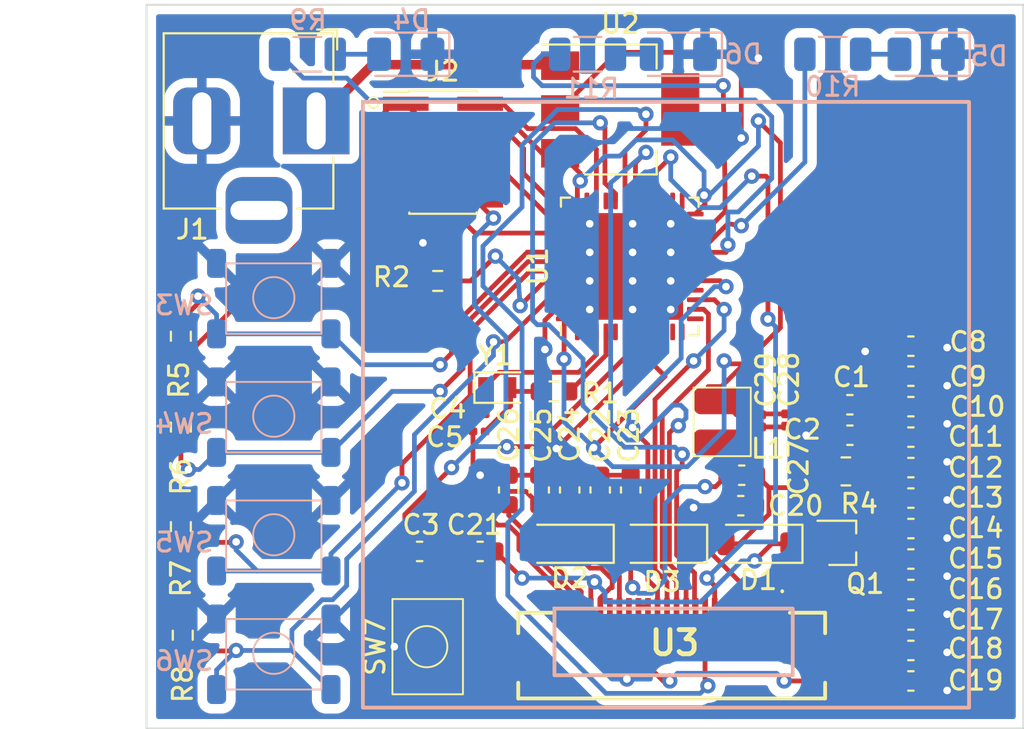
<source format=kicad_pcb>
(kicad_pcb (version 20221018) (generator pcbnew)
  (layers (0 "F.Cu" signal) (31 "B.Cu" signal) (34 "B.Paste" user) (35 "F.Paste" user) (36 "B.SilkS" user "B.Silkscreen") (37 "F.SilkS" user "F.Silkscreen") (38 "B.Mask" user) (39 "F.Mask" user) (44 "Edge.Cuts" user))
  (net 0 "")
  (net 2 "GND")
  (net 3 "VDD")
  (net 11 "Net-(C5-Pad2)")
  (net 12 "Net-(U3-VHDR)")
  (net 13 "Net-(D1-K)")
  (net 14 "Net-(U3-VDH)")
  (net 15 "Net-(U3-VDDD)")
  (net 16 "Net-(U3-VDL)")
  (net 17 "Net-(U3-VCOM)")
  (net 18 "Net-(D2-A)")
  (net 19 "Net-(D1-A)")
  (net 20 "Net-(D2-K)")
  (net 22 "Net-(Q1-S)")
  (net 24 "Net-(Q1-G)")
  (net 29 "/epaper/epaper.spi_cs")
  (net 30 "/epaper/epaper.spi_scl")
  (net 31 "/epaper/epaper.spi_sda")
  (net 32 "/epaper/epaper.gpio_bs")
  (net 33 "/epaper/epaper.gpio_dc")
  (net 34 "/epaper/epaper.gpio_busy_n")
  (net 35 "/epaper/epaper.gpio_reset_n")
  (net 41 "Net-(U1-PC14)")
  (net 42 "Net-(U1-PC15)")
  (net 43 "Net-(U1-BOOT0)")
  (net 44 "Net-(U1-PB5)")
  (net 45 "Net-(U1-PB6)")
  (net 46 "Net-(U1-PB7)")
  (net 47 "Net-(U1-PB8)")
  (net 48 "/nreset")
  (net 49 "Net-(J2-SWDIO{slash}TMS)")
  (net 50 "Net-(J2-SWDCLK{slash}TCK)")
  (net 51 "Net-(J2-SWO{slash}TDO)")
  (net 52 "Net-(J2-NC{slash}TDI)")
  (net 53 "Vin")
  (net 54 "Net-(D4-A)")
  (net 55 "Net-(D5-A)")
  (net 56 "Net-(D6-A)")
  (net 57 "Net-(U1-PB11)")
  (net 58 "Net-(U1-PB10)")
  (net 59 "Net-(U1-PB2)")
  (footprint "Capacitor_SMD:C_0603_1608Metric" (layer "F.Cu") (at 140.9 114.5)
    (fp_text reference "C19")
    (fp_text value "100nf")
  )
  (footprint "Capacitor_SMD:C_0603_1608Metric" (layer "F.Cu") (at 140.9 106.5)
    (fp_text reference "C14")
    (fp_text value "100nf")
  )
  (footprint "Capacitor_SMD:C_0603_1608Metric" (layer "F.Cu") (at 126.2 104.474998 -90)
    (fp_text reference "C23")
    (fp_text value "1uF / 25V")
  )
  (footprint "Capacitor_SMD:C_0603_1608Metric" (layer "F.Cu") (at 140.9 109.7)
    (fp_text reference "C16")
    (fp_text value "100nf")
  )
  (footprint "Diode_SMD:D_SOD-123" (layer "F.Cu") (at 127.85 107.299998 180)
    (fp_text reference "D3")
    (fp_text value "SS2040FL")
  )
  (footprint "Capacitor_SMD:C_0201_0603Metric" (layer "F.Cu") (at 134.3 100.799998 -90)
    (fp_text reference "C28")
    (fp_text value "1uF / 6.3V")
  )
  (footprint "Diode_SMD:D_SOD-123" (layer "F.Cu") (at 122.95 107.299998 180)
    (fp_text reference "D2")
    (fp_text value "SS2040FL")
  )
  (footprint "Capacitor_SMD:C_0603_1608Metric" (layer "F.Cu") (at 140.9 111.3)
    (fp_text reference "C17")
    (fp_text value "100nf")
  )
  (footprint "Capacitor_SMD:C_0603_1608Metric" (layer "F.Cu") (at 123 104.474998 -90)
    (fp_text reference "C24")
    (fp_text value "1uF / 25V")
  )
  (footprint "Capacitor_SMD:C_0603_1608Metric" (layer "F.Cu") (at 140.9 98.5)
    (fp_text reference "C9")
    (fp_text value "100nf")
  )
  (footprint "Resistor_SMD:R_0603_1608Metric" (layer "F.Cu") (at 116.075 93.5)
    (fp_text reference "R2")
    (fp_text value "10K")
  )
  (footprint "NoahFootprintLib:PTS526" (layer "F.Cu") (at 113.7 116.2 90)
    (fp_text reference "SW7")
    (fp_text value "SW_Push")
  )
  (footprint "Capacitor_SMD:C_0201_0603Metric" (layer "F.Cu") (at 118.245 101.4)
    (fp_text reference "C5")
    (fp_text value "10pf")
  )
  (footprint "Capacitor_SMD:C_0603_1608Metric" (layer "F.Cu") (at 140.9 104.9)
    (fp_text reference "C13")
    (fp_text value "100nf")
  )
  (footprint "Capacitor_SMD:C_0603_1608Metric" (layer "F.Cu") (at 124.6 104.474998 -90)
    (fp_text reference "C22")
    (fp_text value "1uF / 25V")
  )
  (footprint "Capacitor_SMD:C_0603_1608Metric" (layer "F.Cu") (at 140.9 100.1)
    (fp_text reference "C10")
    (fp_text value "100nf")
  )
  (footprint "Capacitor_SMD:C_0603_1608Metric" (layer "F.Cu") (at 137.6975 100)
    (fp_text reference "C1")
    (fp_text value "100nf")
  )
  (footprint "Capacitor_SMD:C_0603_1608Metric" (layer "F.Cu") (at 140.9 108.1)
    (fp_text reference "C15")
    (fp_text value "100nf")
  )
  (footprint "Capacitor_SMD:C_0603_1608Metric" (layer "F.Cu") (at 140.9 112.9)
    (fp_text reference "C18")
    (fp_text value "100nf")
  )
  (footprint "Capacitor_SMD:C_0603_1608Metric" (layer "F.Cu") (at 137.7 101.6)
    (fp_text reference "C2")
    (fp_text value "1uf")
  )
  (footprint "Capacitor_SMD:C_0603_1608Metric" (layer "F.Cu") (at 115.125 107.7 180)
    (fp_text reference "C3")
    (fp_text value "100nf")
  )
  (footprint "NoahFootprintLib:SDR0302" (layer "F.Cu") (at 123.719 100.899998)
    (fp_text reference "L1")
    (fp_text value "10uH")
  )
  (footprint "Connector_PinHeader_1.27mm:PinHeader_2x05_P1.27mm_Vertical_SMD" (layer "F.Cu") (at 116.35 86.74)
    (fp_text reference "J2")
    (fp_text value "Conn_ARM_JTAG_SWD_10")
  )
  (footprint "Resistor_SMD:R_0603_1608Metric" (layer "F.Cu") (at 102.6 106.4 90)
    (fp_text reference "R7")
    (fp_text value "1K")
  )
  (footprint "Capacitor_SMD:C_0603_1608Metric" (layer "F.Cu") (at 140.9 103.3)
    (fp_text reference "C12")
    (fp_text value "100nf")
  )
  (footprint "Resistor_SMD:R_0603_1608Metric" (layer "F.Cu") (at 102.6 101.175 90)
    (fp_text reference "R6")
    (fp_text value "1K")
  )
  (footprint "Capacitor_SMD:C_0603_1608Metric" (layer "F.Cu") (at 131.975 105.299998)
    (fp_text reference "C20")
    (fp_text value "1uF / 25V")
  )
  (footprint "Capacitor_SMD:C_0201_0603Metric" (layer "F.Cu") (at 118.245 100.5)
    (fp_text reference "C4")
    (fp_text value "10pf")
  )
  (footprint "Capacitor_SMD:C_0603_1608Metric" (layer "F.Cu") (at 118.3 107.699998)
    (fp_text reference "C21")
    (fp_text value "1uF / 25V")
  )
  (footprint "Resistor_SMD:R_0603_1608Metric" (layer "F.Cu") (at 102.7 112.1 90)
    (fp_text reference "R8")
    (fp_text value "1K")
  )
  (footprint "Package_TO_SOT_SMD:SOT-323_SC-70" (layer "F.Cu") (at 137.3 107.25)
    (fp_text reference "Q1")
    (fp_text value "NMOS")
  )
  (footprint "Resistor_SMD:R_0603_1608Metric" (layer "F.Cu") (at 122.175 99.3)
    (fp_text reference "R1")
    (fp_text value "0")
  )
  (footprint "Diode_SMD:D_SOD-123" (layer "F.Cu") (at 132.85 107.299998 180)
    (fp_text reference "D1")
    (fp_text value "SS2040FL")
  )
  (footprint "Crystal:Crystal_SMD_TXC_9HT11-2Pin_2.0x1.2mm" (layer "F.Cu") (at 119.2 99.1)
    (fp_text reference "Y1")
    (fp_text value "32k")
  )
  (footprint "Capacitor_SMD:C_0603_1608Metric" (layer "F.Cu") (at 140.9 101.7)
    (fp_text reference "C11")
    (fp_text value "100nf")
  )
  (footprint "Package_DFN_QFN:QFN-48-1EP_7x7mm_P0.5mm_EP5.6x5.6mm" (layer "F.Cu") (at 126.15 92.7375 90)
    (fp_text reference "U1")
    (fp_text value "STM32F103CBUx")
  )
  (footprint "Capacitor_SMD:C_0603_1608Metric" (layer "F.Cu") (at 140.9 96.925)
    (fp_text reference "C8")
    (fp_text value "100nf")
  )
  (footprint "Capacitor_SMD:C_0603_1608Metric" (layer "F.Cu") (at 119.8 104.474998 -90)
    (fp_text reference "C26")
    (fp_text value "1uF / 25V")
  )
  (footprint "Capacitor_SMD:C_0603_1608Metric" (layer "F.Cu") (at 121.4 104.474998 -90)
    (fp_text reference "C25")
    (fp_text value "1uF / 25V")
  )
  (footprint "Connector_BarrelJack:BarrelJack_Horizontal" (layer "F.Cu") (at 109.7 85.1)
    (fp_text reference "J1")
    (fp_text value "Barrel_Jack")
  )
  (footprint "Package_TO_SOT_SMD:SOT-223" (layer "F.Cu") (at 125.65 84.5)
    (fp_text reference "U2")
    (fp_text value "~")
  )
  (footprint "NoahFootprintLib:F34G1A7Q1E8C24" (layer "F.Cu") (at 128.349731 112.992624)
    (fp_text reference "U3")
    (fp_text value "~" hide)
  )
  (footprint "Resistor_SMD:R_0805_2012Metric" (layer "F.Cu") (at 137.4875 103.5 180)
    (fp_text reference "R4")
    (fp_text value "0.47R")
  )
  (footprint "Resistor_SMD:R_0603_1608Metric" (layer "F.Cu") (at 102.6 96.403 -90)
    (fp_text reference "R5")
    (fp_text value "1K")
  )
  (footprint "Capacitor_SMD:C_0603_1608Metric" (layer "F.Cu") (at 132.025 103.699998 180)
    (fp_text reference "C27")
    (fp_text value "4.7uF / 25V")
  )
  (footprint "Capacitor_SMD:C_0201_0603Metric" (layer "F.Cu") (at 133.1 100.844998 -90)
    (fp_text reference "C29")
    (fp_text value "0.1uF / 16V")
  )
  (footprint "Resistor_SMD:R_1206_3216Metric" (layer "B.Cu") (at 136.8 81.6 180)
    (fp_text reference "R10")
    (fp_text value "470" hide)
  )
  (footprint "LED_SMD:LED_1206_3216Metric" (layer "B.Cu") (at 128.7 81.6 180)
    (fp_text reference "D6")
    (fp_text value "LED" hide)
  )
  (footprint "NoahFootprintLib:PTS526" (layer "B.Cu") (at 110.975 92.578 180)
    (fp_text reference "SW3")
    (fp_text value "SW_Push")
  )
  (footprint "NoahFootprintLib:PTS526" (layer "B.Cu") (at 110.975 111.25 180)
    (fp_text reference "SW6")
    (fp_text value "SW_Push")
  )
  (footprint "NoahFootprintLib:PTS526" (layer "B.Cu") (at 110.975 105.026 180)
    (fp_text reference "SW5")
    (fp_text value "SW_Push")
  )
  (footprint "LED_SMD:LED_1206_3216Metric" (layer "B.Cu") (at 141.7 81.6 180)
    (fp_text reference "D5")
    (fp_text value "LED" hide)
  )
  (footprint "Resistor_SMD:R_1206_3216Metric" (layer "B.Cu") (at 109.2375 81.6 180)
    (fp_text reference "R9")
    (fp_text value "470" hide)
  )
  (footprint "NoahFootprintLib:PTS526" (layer "B.Cu") (at 110.975 98.802 180)
    (fp_text reference "SW4")
    (fp_text value "SW_Push")
  )
  (footprint "LED_SMD:LED_1206_3216Metric" (layer "B.Cu") (at 114.4 81.6 180)
    (fp_text reference "D4")
    (fp_text value "LED" hide)
  )
  (footprint "Resistor_SMD:R_1206_3216Metric" (layer "B.Cu") (at 123.9375 81.6 180)
    (fp_text reference "R11")
    (fp_text value "470" hide)
  )
  (gr_rect (start 122.2 110.7) (end 134.7 114.2) (stroke (width 0.2)) (fill none) (layer "B.SilkS"))
  (gr_rect (start 112.15 84.1) (end 143.95 115.9) (stroke (width 0.2)) (fill none) (layer "B.SilkS"))
  (gr_rect (start 100.8 79) (end 146.8 117) (stroke (width 0.1)) (fill none) (layer "Edge.Cuts"))
  (segment (start 114.4 89.28) (end 113.2 89.28) (width 0.25) (layer "F.Cu") (net 2))
  (segment (start 118.3 103.699998) (end 117.925 103.324998) (width 0.25) (layer "F.Cu") (net 2))
  (segment (start 113.8 115.7) (end 113.8 112.7) (width 0.25) (layer "F.Cu") (net 2))
  (segment (start 117.525 104.474998) (end 118.3 103.699998) (width 0.25) (layer "F.Cu") (net 2))
  (segment (start 113.2 89.28) (end 112.948 89.028) (width 0.25) (layer "F.Cu") (net 2))
  (segment (start 129.5875 90.4875) (end 128.3125 90.4875) (width 0.25) (layer "F.Cu") (net 2))
  (segment (start 126.3 90.5) (end 126.3 95) (width 0.25) (layer "F.Cu") (net 2))
  (segment (start 126.9 97.7) (end 122.3 102.3) (width 0.25) (layer "F.Cu") (net 2))
  (segment (start 126.1 112.199998) (end 126.1 114.299998) (width 0.25) (layer "F.Cu") (net 2))
  (segment (start 128.3125 90.4875) (end 128.3 90.5) (width 0.25) (layer "F.Cu") (net 2))
  (segment (start 112.948 86.992) (end 113.2 86.74) (width 0.25) (layer "F.Cu") (net 2))
  (segment (start 138.475 101.6) (end 138.475 103.425) (width 0.25) (layer "F.Cu") (net 2))
  (segment (start 115.25 91.55) (end 115.3 91.5) (width 0.25) (layer "F.Cu") (net 2))
  (segment (start 117.524998 107.7) (end 117.525 107.699998) (width 0.25) (layer "F.Cu") (net 2))
  (segment (start 125.5 81.5) (end 132.6 81.5) (width 0.25) (layer "F.Cu") (net 2))
  (segment (start 126.9 96.175) (end 126.9 97.7) (width 0.25) (layer "F.Cu") (net 2))
  (segment (start 126.1 112.199998) (end 126.10603 112.193968) (width 0.25) (layer "F.Cu") (net 2))
  (segment (start 122.7125 94.9875) (end 122.275 94.9875) (width 0.25) (layer "F.Cu") (net 2))
  (segment (start 113.7 112.6) (end 113.7 109.7) (width 0.25) (layer "F.Cu") (net 2))
  (segment (start 138.5 97.2) (end 138.475 97.225) (width 0.25) (layer "F.Cu") (net 2))
  (segment (start 122.3 103.599998) (end 122.2 103.699998) (width 0.25) (layer "F.Cu") (net 2))
  (segment (start 134.255 101.164998) (end 134.3 101.119998) (width 0.25) (layer "F.Cu") (net 2))
  (segment (start 128.3 92) (end 124.05 92) (width 0.25) (layer "F.Cu") (net 2))
  (segment (start 138.475 103.425) (end 138.4 103.5) (width 0.25) (layer "F.Cu") (net 2))
  (segment (start 123.9 89.3) (end 123.9 90.35) (width 0.25) (layer "F.Cu") (net 2))
  (segment (start 113.8 112.7) (end 113.7 112.6) (width 0.25) (layer "F.Cu") (net 2))
  (segment (start 117.525 107.699998) (end 117.525 104.474998) (width 0.25) (layer "F.Cu") (net 2))
  (segment (start 126.10603 112.193968) (end 126.10603 110.6) (width 0.25) (layer "F.Cu") (net 2))
  (segment (start 128.3 93.5) (end 124.05 93.5) (width 0.25) (layer "F.Cu") (net 2))
  (segment (start 132 82.7) (end 132.9 81.8) (width 0.25) (layer "F.Cu") (net 2))
  (segment (start 115.9 107.7) (end 117.524998 107.7) (width 0.25) (layer "F.Cu") (net 2))
  (segment (start 117.925 103.324998) (end 117.925 100.5) (width 0.25) (layer "F.Cu") (net 2))
  (segment (start 135.4 101.599998) (end 135.3 101.499998) (width 0.25) (layer "F.Cu") (net 2))
  (segment (start 115.25 93.5) (end 115.25 91.55) (width 0.25) (layer "F.Cu") (net 2))
  (segment (start 132.6 81.5) (end 132.9 81.8) (width 0.25) (layer "F.Cu") (net 2))
  (segment (start 115.25 91.45) (end 115.25 90.13) (width 0.25) (layer "F.Cu") (net 2))
  (segment (start 122.7125 94.9875) (end 124.0375 94.9875) (width 0.25) (layer "F.Cu") (net 2))
  (segment (start 112.948 89.028) (end 112.948 86.992) (width 0.25) (layer "F.Cu") (net 2))
  (segment (start 132 86) (end 132 82.7) (width 0.25) (layer "F.Cu") (net 2))
  (segment (start 126.9 96.175) (end 126.9 95.6) (width 0.25) (layer "F.Cu") (net 2))
  (segment (start 122.3 102.3) (end 122.3 103.599998) (width 0.25) (layer "F.Cu") (net 2))
  (segment (start 122.275 94.9875) (end 121.7 95.5625) (width 0.25) (layer "F.Cu") (net 2))
  (segment (start 115.3 91.5) (end 115.25 91.45) (width 0.25) (layer "F.Cu") (net 2))
  (segment (start 128.3 90.5) (end 124.05 90.5) (width 0.25) (layer "F.Cu") (net 2))
  (segment (start 134.3 101.119998) (end 134.92 101.119998) (width 0.25) (layer "F.Cu") (net 2))
  (segment (start 115.25 90.13) (end 114.4 89.28) (width 0.25) (layer "F.Cu") (net 2))
  (segment (start 131.2 105.299998) (end 129.6 105.299998) (width 0.25) (layer "F.Cu") (net 2))
  (segment (start 122.5 84.5) (end 125.5 81.5) (width 0.25) (layer "F.Cu") (net 2))
  (segment (start 129.6 105.299998) (end 129.5 105.399998) (width 0.25) (layer "F.Cu") (net 2))
  (segment (start 121.7 95.5625) (end 121.7 97.1) (width 0.25) (layer "F.Cu") (net 2))
  (segment (start 128.3 95) (end 128.3 90.5) (width 0.25) (layer "F.Cu") (net 2))
  (segment (start 124.05 95) (end 128.3 95) (width 0.25) (layer "F.Cu") (net 2))
  (segment (start 126.1 114.299998) (end 126 114.399998) (width 0.25) (layer "F.Cu") (net 2))
  (segment (start 126.9 95.6) (end 126.3 95) (width 0.25) (layer "F.Cu") (net 2))
  (segment (start 114.4 86.74) (end 114.4 85.47) (width 0.25) (layer "F.Cu") (net 2))
  (segment (start 113.2 86.74) (end 114.4 86.74) (width 0.25) (layer "F.Cu") (net 2))
  (segment (start 129.5 107.299998) (end 129.5 105.399998) (width 0.25) (layer "F.Cu") (net 2))
  (segment (start 122.2 103.699998) (end 118.3 103.699998) (width 0.25) (layer "F.Cu") (net 2))
  (segment (start 133.1 101.164998) (end 134.255 101.164998) (width 0.25) (layer "F.Cu") (net 2))
  (segment (start 138.475 97.225) (end 138.475 101.6) (width 0.25) (layer "F.Cu") (net 2))
  (segment (start 134.92 101.119998) (end 135.4 101.599998) (width 0.25) (layer "F.Cu") (net 2))
  (segment (start 124.05 90.5) (end 124.05 95) (width 0.25) (layer "F.Cu") (net 2))
  (segment (start 113.7 115.7) (end 113.8 115.7) (width 0.25) (layer "F.Cu") (net 2))
  (segment (start 124.0375 94.9875) (end 124.05 95) (width 0.25) (layer "F.Cu") (net 2))
  (segment (start 126.2 103.699998) (end 122.2 103.699998) (width 0.25) (layer "F.Cu") (net 2))
  (segment (start 123.9 90.35) (end 124.05 90.5) (width 0.25) (layer "F.Cu") (net 2))
  (via (at 128.3 92) (size 0.8) (drill 0.4) (layers "F.Cu" "B.Cu") (net 2))
  (via (at 126.3 92) (size 0.8) (drill 0.4) (layers "F.Cu" "B.Cu") (net 2))
  (via (at 135.4 101.599998) (size 0.8) (drill 0.4) (layers "F.Cu" "B.Cu") (net 2))
  (via (at 142.8 109) (size 0.8) (drill 0.4) (layers "F.Cu" "B.Cu") (net 2))
  (via (at 142.8 97) (size 0.8) (drill 0.4) (layers "F.Cu" "B.Cu") (net 2))
  (via (at 124.05 92) (size 0.8) (drill 0.4) (layers "F.Cu" "B.Cu") (net 2))
  (via (at 132.9 81.8) (size 0.8) (drill 0.4) (layers "F.Cu" "B.Cu") (net 2))
  (via (at 126.3 90.5) (size 0.8) (drill 0.4) (layers "F.Cu" "B.Cu") (net 2))
  (via (at 142.8 103) (size 0.8) (drill 0.4) (layers "F.Cu" "B.Cu") (net 2))
  (via (at 128.3 95) (size 0.8) (drill 0.4) (layers "F.Cu" "B.Cu") (net 2))
  (via (at 118.3 103.699998) (size 0.8) (drill 0.4) (layers "F.Cu" "B.Cu") (net 2))
  (via (at 129.5 105.399998) (size 0.8) (drill 0.4) (layers "F.Cu" "B.Cu") (net 2))
  (via (at 124.05 93.5) (size 0.8) (drill 0.4) (layers "F.Cu" "B.Cu") (net 2))
  (via (at 122.3 102.3) (size 0.8) (drill 0.4) (layers "F.Cu" "B.Cu") (net 2))
  (via (at 121.7 97.1) (size 0.8) (drill 0.4) (layers "F.Cu" "B.Cu") (net 2))
  (via (at 124.05 90.5) (size 0.8) (drill 0.4) (layers "F.Cu" "B.Cu") (net 2))
  (via (at 115.3 91.5) (size 0.8) (drill 0.4) (layers "F.Cu" "B.Cu") (net 2))
  (via (at 142.8 115) (size 0.8) (drill 0.4) (layers "F.Cu" "B.Cu") (net 2))
  (via (at 142.8 111) (size 0.8) (drill 0.4) (layers "F.Cu" "B.Cu") (net 2))
  (via (at 128.3 93.5) (size 0.8) (drill 0.4) (layers "F.Cu" "B.Cu") (net 2))
  (via (at 142.8 99) (size 0.8) (drill 0.4) (layers "F.Cu" "B.Cu") (net 2))
  (via (at 126.3 95) (size 0.8) (drill 0.4) (layers "F.Cu" "B.Cu") (net 2))
  (via (at 124.05 95) (size 0.8) (drill 0.4) (layers "F.Cu" "B.Cu") (net 2))
  (via (at 142.8 107) (size 0.8) (drill 0.4) (layers "F.Cu" "B.Cu") (net 2))
  (via (at 126 114.399998) (size 0.8) (drill 0.4) (layers "F.Cu" "B.Cu") (net 2))
  (via (at 132 86) (size 0.8) (drill 0.4) (layers "F.Cu" "B.Cu") (net 2))
  (via (at 142.8 105) (size 0.8) (drill 0.4) (layers "F.Cu" "B.Cu") (net 2))
  (via (at 128.3 90.5) (size 0.8) (drill 0.4) (layers "F.Cu" "B.Cu") (net 2))
  (via (at 113.8 112.7) (size 0.8) (drill 0.4) (layers "F.Cu" "B.Cu") (net 2))
  (via (at 138.5 97.2) (size 0.8) (drill 0.4) (layers "F.Cu" "B.Cu") (net 2))
  (via (at 126.3 93.5) (size 0.8) (drill 0.4) (layers "F.Cu" "B.Cu") (net 2))
  (via (at 142.8 101) (size 0.8) (drill 0.4) (layers "F.Cu" "B.Cu") (net 2))
  (via (at 142.8 113) (size 0.8) (drill 0.4) (layers "F.Cu" "B.Cu") (net 2))
  (segment (start 131.1 81.6) (end 131.3 81.8) (width 0.25) (layer "B.Cu") (net 2))
  (segment (start 131.5 85.5) (end 132 86) (width 0.25) (layer "B.Cu") (net 2))
  (segment (start 130.1 81.6) (end 131.1 81.6) (width 0.25) (layer "B.Cu") (net 2))
  (segment (start 125.8 85.5) (end 131.5 85.5) (width 0.25) (layer "B.Cu") (net 2))
  (segment (start 131.3 81.8) (end 132.9 81.8) (width 0.25) (layer "B.Cu") (net 2))
  (segment (start 135.202068 100.479998) (end 135.682066 100) (width 0.25) (layer "F.Cu") (net 3))
  (segment (start 126.6 112.199998) (end 126.60603 112.193968) (width 0.25) (layer "F.Cu") (net 3))
  (segment (start 122.5 86.8) (end 121.556382 86.8) (width 0.25) (layer "F.Cu") (net 3))
  (segment (start 137.652 96.548) (end 136.9225 97.2775) (width 0.25) (layer "F.Cu") (net 3))
  (segment (start 129.5875 89.9875) (end 130.1 89.475) (width 0.25) (layer "F.Cu") (net 3))
  (segment (start 130.958382 99.048) (end 132.153191 97.853191) (width 0.25) (layer "F.Cu") (net 3))
  (segment (start 133.145 100.479998) (end 133.1 100.524998) (width 0.25) (layer "F.Cu") (net 3))
  (segment (start 102.6 97.228) (end 102.6 100.35) (width 0.25) (layer "F.Cu") (net 3))
  (segment (start 131.1 97.7) (end 131.253191 97.853191) (width 0.25) (layer "F.Cu") (net 3))
  (segment (start 130.05 89) (end 130.1 89.2) (width 0.25) (layer "F.Cu") (net 3))
  (segment (start 126.60603 110.6) (end 127.10603 110.6) (width 0.25) (layer "F.Cu") (net 3))
  (segment (start 121.556382 86.8) (end 119.578382 84.822) (width 0.25) (layer "F.Cu") (net 3))
  (segment (start 136.9225 100) (end 136.9225 100.7) (width 0.25) (layer "F.Cu") (net 3))
  (segment (start 126.6 112.199998) (end 127.1 112.199998) (width 0.25) (layer "F.Cu") (net 3))
  (segment (start 101.873 101.077) (end 102.6 100.35) (width 0.25) (layer "F.Cu") (net 3))
  (segment (start 133.1 100.524998) (end 131.744 100.524998) (width 0.25) (layer "F.Cu") (net 3))
  (segment (start 130.267002 99.048) (end 130.958382 99.048) (width 0.25) (layer "F.Cu") (net 3))
  (segment (start 132.153191 97.853191) (end 134.053191 95.953191) (width 0.25) (layer "F.Cu") (net 3))
  (segment (start 134.25 114.5) (end 140.125 114.5) (width 0.25) (layer "F.Cu") (net 3))
  (segment (start 123.4 88.4) (end 123.55 88.25) (width 0.25) (layer "F.Cu") (net 3))
  (segment (start 131.019 99.799998) (end 130.267002 99.048) (width 0.25) (layer "F.Cu") (net 3))
  (segment (start 127.1 112.199998) (end 127.1 113.699998) (width 0.25) (layer "F.Cu") (net 3))
  (segment (start 128 98.5) (end 124.25 102.25) (width 0.25) (layer "F.Cu") (net 3))
  (segment (start 115.022 84.822) (end 114.4 84.2) (width 0.25) (layer "F.Cu") (net 3))
  (segment (start 140.05 103.2) (end 140.05 105.7) (width 0.25) (layer "F.Cu") (net 3))
  (segment (start 112.571 87.732) (end 112.571 85.372618) (width 0.25) (layer "F.Cu") (net 3))
  (segment (start 122.7 97.6) (end 122.7125 97.4875) (width 0.25) (layer "F.Cu") (net 3))
  (segment (start 132.9 85.1) (end 134.053191 86.253191) (width 0.25) (layer "F.Cu") (net 3))
  (segment (start 134.053191 86.253191) (end 134.053191 95.953191) (width 0.25) (layer "F.Cu") (net 3))
  (segment (start 139.748 96.548) (end 137.652 96.548) (width 0.25) (layer "F.Cu") (net 3))
  (segment (start 113.743618 84.2) (end 114.4 84.2) (width 0.25) (layer "F.Cu") (net 3))
  (segment (start 122.7125 95.4875) (end 122.7 97.6) (width 0.25) (layer "F.Cu") (net 3))
  (segment (start 123.55 88.25) (end 123.55 87.85) (width 0.25) (layer "F.Cu") (net 3))
  (segment (start 102.6 97.228) (end 103.075 97.228) (width 0.25) (layer "F.Cu") (net 3))
  (segment (start 126.60603 112.193968) (end 126.60603 110.6) (width 0.25) (layer "F.Cu") (net 3))
  (segment (start 123.55 87.85) (end 122.5 86.8) (width 0.25) (layer "F.Cu") (net 3))
  (segment (start 119.578382 84.822) (end 115.022 84.822) (width 0.25) (layer "F.Cu") (net 3))
  (segment (start 140.05 105.15) (end 140.05 105.7) (width 0.25) (layer "F.Cu") (net 3))
  (segment (start 102.7 111.275) (end 101.873 110.448) (width 0.25) (layer "F.Cu") (net 3))
  (segment (start 136.9225 101.5975) (end 136.925 101.6) (width 0.25) (layer "F.Cu") (net 3))
  (segment (start 135.682066 100) (end 136.9225 100) (width 0.25) (layer "F.Cu") (net 3))
  (segment (start 127.4 97.9) (end 128 98.5) (width 0.25) (layer "F.Cu") (net 3))
  (segment (start 130.1 89.475) (end 130.05 89) (width 0.25) (layer "F.Cu") (net 3))
  (segment (start 101.873 106.302) (end 102.6 105.575) (width 0.25) (layer "F.Cu") (net 3))
  (segment (start 135.202068 100.479998) (end 134.3 100.479998) (width 0.25) (layer "F.Cu") (net 3))
  (segment (start 103.075 97.228) (end 112.571 87.732) (width 0.25) (layer "F.Cu") (net 3))
  (segment (start 127.1 113.699998) (end 127.900002 114.5) (width 0.25) (layer "F.Cu") (net 3))
  (segment (start 127.4 96.175) (end 127.4 97.9) (width 0.25) (layer "F.Cu") (net 3))
  (segment (start 140.125 96.925) (end 139.748 96.548) (width 0.25) (layer "F.Cu") (net 3))
  (segment (start 101.873 110.448) (end 101.873 106.302) (width 0.25) (layer "F.Cu") (net 3))
  (segment (start 101.873 104.848) (end 101.873 101.077) (width 0.25) (layer "F.Cu") (net 3))
  (segment (start 136.9225 97.2775) (end 136.9225 100.7) (width 0.25) (layer "F.Cu") (net 3))
  (segment (start 102.6 105.575) (end 101.873 104.848) (width 0.25) (layer "F.Cu") (net 3))
  (segment (start 127.900002 114.5) (end 128.25 114.5) (width 0.25) (layer "F.Cu") (net 3))
  (segment (start 112.571 85.372618) (end 113.743618 84.2) (width 0.25) (layer "F.Cu") (net 3))
  (segment (start 131.744 100.524998) (end 131.019 99.799998) (width 0.25) (layer "F.Cu") (net 3))
  (segment (start 140.05 96.825) (end 140.05 103.02793) (width 0.25) (layer "F.Cu") (net 3))
  (segment (start 131.253191 97.853191) (end 132.153191 97.853191) (width 0.25) (layer "F.Cu") (net 3))
  (segment (start 136.9225 100.7) (end 136.9225 101.5975) (width 0.25) (layer "F.Cu") (net 3))
  (segment (start 134.3 100.479998) (end 133.145 100.479998) (width 0.25) (layer "F.Cu") (net 3))
  (segment (start 140.05 105.7) (end 140.05 114.4) (width 0.25) (layer "F.Cu") (net 3))
  (segment (start 123.4 89.3) (end 123.4 88.4) (width 0.25) (layer "F.Cu") (net 3))
  (via (at 128.25 114.5) (size 0.8) (drill 0.4) (layers "F.Cu" "B.Cu") (net 3))
  (via (at 134.25 114.5) (size 0.8) (drill 0.4) (layers "F.Cu" "B.Cu") (net 3))
  (via (at 130.05 89) (size 0.8) (drill 0.4) (layers "F.Cu" "B.Cu") (net 3))
  (via (at 124.25 102.25) (size 0.8) (drill 0.4) (layers "F.Cu" "B.Cu") (net 3))
  (via (at 122.7 97.6) (size 0.8) (drill 0.4) (layers "F.Cu" "B.Cu") (net 3))
  (via (at 123.55 88.25) (size 0.8) (drill 0.4) (layers "F.Cu" "B.Cu") (net 3))
  (via (at 131.1 97.7) (size 0.8) (drill 0.4) (layers "F.Cu" "B.Cu") (net 3))
  (via (at 132.9 85.1) (size 0.8) (drill 0.4) (layers "F.Cu" "B.Cu") (net 3))
  (segment (start 130.322068 89) (end 130.05 89) (width 0.25) (layer "B.Cu") (net 3))
  (segment (start 126.479932 86.098) (end 125.629932 86.948) (width 0.25) (layer "B.Cu") (net 3))
  (segment (start 122.7 100.9) (end 123.4 101.6) (width 0.25) (layer "B.Cu") (net 3))
  (segment (start 132.9 85.1) (end 132.9 86.422068) (width 0.25) (layer "B.Cu") (net 3))
  (segment (start 122.7 97.6) (end 122.7 100.9) (width 0.25) (layer "B.Cu") (net 3))
  (segment (start 128.652 114.098) (end 128.25 114.5) (width 0.25) (layer "B.Cu") (net 3))
  (segment (start 129.170068 103.252) (end 125.252 103.252) (width 0.25) (layer "B.Cu") (net 3))
  (segment (start 123.6 101.6) (end 123.4 101.6) (width 0.25) (layer "B.Cu") (net 3))
  (segment (start 132.9 86.422068) (end 130.322068 89) (width 0.25) (layer "B.Cu") (net 3))
  (segment (start 130.05 87.75) (end 130.05 89) (width 0.25) (layer "B.Cu") (net 3))
  (segment (start 128.398 86.098) (end 126.479932 86.098) (width 0.25) (layer "B.Cu") (net 3))
  (segment (start 124.25 102.25) (end 123.6 101.6) (width 0.25) (layer "B.Cu") (net 3))
  (segment (start 134.25 114.5) (end 133.848 114.098) (width 0.25) (layer "B.Cu") (net 3))
  (segment (start 124.852 86.948) (end 125.629932 86.948) (width 0.25) (layer "B.Cu") (net 3))
  (segment (start 123.55 88.25) (end 124.852 86.948) (width 0.25) (layer "B.Cu") (net 3))
  (segment (start 131.1 97.7) (end 131.1 101.322068) (width 0.25) (layer "B.Cu") (net 3))
  (segment (start 131.1 101.322068) (end 129.170068 103.252) (width 0.25) (layer "B.Cu") (net 3))
  (segment (start 133.848 114.098) (end 128.652 114.098) (width 0.25) (layer "B.Cu") (net 3))
  (segment (start 130.05 87.75) (end 128.398 86.098) (width 0.25) (layer "B.Cu") (net 3))
  (segment (start 125.252 103.252) (end 124.25 102.25) (width 0.25) (layer "B.Cu") (net 3))
  (segment (start 121.35 99.3) (end 120.1 99.3) (width 0.25) (layer "F.Cu") (net 11))
  (segment (start 118.565 101.4) (end 119.9 100.065) (width 0.25) (layer "F.Cu") (net 11))
  (segment (start 119.9 100.065) (end 119.9 99.1) (width 0.25) (layer "F.Cu") (net 11))
  (segment (start 120.1 99.3) (end 119.9 99.1) (width 0.25) (layer "F.Cu") (net 11))
  (segment (start 131.622582 106.026998) (end 130.973 106.026998) (width 0.25) (layer "F.Cu") (net 12))
  (segment (start 132.10603 109.48061) (end 132.10603 110.6) (width 0.25) (layer "F.Cu") (net 12))
  (segment (start 132.349582 105.299998) (end 131.622582 106.026998) (width 0.25) (layer "F.Cu") (net 12))
  (segment (start 130.973 106.026998) (end 130.498 106.501998) (width 0.25) (layer "F.Cu") (net 12))
  (segment (start 130.498 107.87258) (end 132.10603 109.48061) (width 0.25) (layer "F.Cu") (net 12))
  (segment (start 130.498 106.501998) (end 130.498 107.87258) (width 0.25) (layer "F.Cu") (net 12))
  (segment (start 132.75 105.299998) (end 132.349582 105.299998) (width 0.25) (layer "F.Cu") (net 12))
  (segment (start 124.3 109.3) (end 124.10603 109.49397) (width 0.25) (layer "F.Cu") (net 13))
  (segment (start 134.5 107.299998) (end 133.600002 107.299998) (width 0.25) (layer "F.Cu") (net 13))
  (segment (start 124.10603 109.49397) (end 124.10603 110.6) (width 0.25) (layer "F.Cu") (net 13))
  (segment (start 133.600002 107.299998) (end 132.7 108.2) (width 0.25) (layer "F.Cu") (net 13))
  (segment (start 119.075 107.699998) (end 119.1 107.699998) (width 0.25) (layer "F.Cu") (net 13))
  (segment (start 119.1 107.699998) (end 120.5 109.099998) (width 0.25) (layer "F.Cu") (net 13))
  (segment (start 120.5 109.099998) (end 120.4 108.999998) (width 0.25) (layer "F.Cu") (net 13))
  (via (at 120.5 109.099998) (size 0.8) (drill 0.4) (layers "F.Cu" "B.Cu") (net 13))
  (via (at 124.3 109.3) (size 0.8) (drill 0.4) (layers "F.Cu" "B.Cu") (net 13))
  (via (at 132.7 108.2) (size 0.8) (drill 0.4) (layers "F.Cu" "B.Cu") (net 13))
  (segment (start 124.852 110.351998) (end 129.87007 110.351998) (width 0.25) (layer "B.Cu") (net 13))
  (segment (start 124.852 110.351998) (end 124.852 109.852) (width 0.25) (layer "B.Cu") (net 13))
  (segment (start 124.099998 109.099998) (end 124.3 109.3) (width 0.25) (layer "B.Cu") (net 13))
  (segment (start 120.5 109.099998) (end 124.099998 109.099998) (width 0.25) (layer "B.Cu") (net 13))
  (segment (start 129.87007 110.351998) (end 132.022068 108.2) (width 0.25) (layer "B.Cu") (net 13))
  (segment (start 124.852 109.852) (end 124.3 109.3) (width 0.25) (layer "B.Cu") (net 13))
  (segment (start 132.022068 108.2) (end 132.7 108.2) (width 0.25) (layer "B.Cu") (net 13))
  (segment (start 124.6 105.249998) (end 123.4 106.449998) (width 0.25) (layer "F.Cu") (net 14))
  (segment (start 123.4 107.907739) (end 124.069259 108.576998) (width 0.25) (layer "F.Cu") (net 14))
  (segment (start 124.069259 108.576998) (end 124.643842 108.576998) (width 0.25) (layer "F.Cu") (net 14))
  (segment (start 124.60603 110.143618) (end 124.60603 110.6) (width 0.25) (layer "F.Cu") (net 14))
  (segment (start 124.643842 108.576998) (end 125.22903 109.162186) (width 0.25) (layer "F.Cu") (net 14))
  (segment (start 125.149648 109.6) (end 124.60603 110.143618) (width 0.25) (layer "F.Cu") (net 14))
  (segment (start 125.22903 109.6) (end 125.149648 109.6) (width 0.25) (layer "F.Cu") (net 14))
  (segment (start 125.22903 109.162186) (end 125.22903 109.6) (width 0.25) (layer "F.Cu") (net 14))
  (segment (start 123.4 106.449998) (end 123.4 107.907739) (width 0.25) (layer "F.Cu") (net 14))
  (segment (start 125.002 106.447998) (end 124.177418 106.447998) (width 0.25) (layer "F.Cu") (net 15))
  (segment (start 125.60603 109.006028) (end 125.60603 110.6) (width 0.25) (layer "F.Cu") (net 15))
  (segment (start 124.8 108.199998) (end 125.60603 109.006028) (width 0.25) (layer "F.Cu") (net 15))
  (segment (start 123.898 107.87258) (end 124.225418 108.199998) (width 0.25) (layer "F.Cu") (net 15))
  (segment (start 126.2 105.249998) (end 125.002 106.447998) (width 0.25) (layer "F.Cu") (net 15))
  (segment (start 124.177418 106.447998) (end 123.898 106.727416) (width 0.25) (layer "F.Cu") (net 15))
  (segment (start 123.898 106.727416) (end 123.898 107.87258) (width 0.25) (layer "F.Cu") (net 15))
  (segment (start 124.225418 108.199998) (end 124.8 108.199998) (width 0.25) (layer "F.Cu") (net 15))
  (segment (start 122.1 108.308264) (end 123.60603 109.814294) (width 0.25) (layer "F.Cu") (net 16))
  (segment (start 122.1 106.325416) (end 122.1 108.308264) (width 0.25) (layer "F.Cu") (net 16))
  (segment (start 123 105.249998) (end 123 105.425416) (width 0.25) (layer "F.Cu") (net 16))
  (segment (start 123 105.425416) (end 122.1 106.325416) (width 0.25) (layer "F.Cu") (net 16))
  (segment (start 123.60603 109.814294) (end 123.60603 110.6) (width 0.25) (layer "F.Cu") (net 16))
  (segment (start 119.052 104.547998) (end 118.7 104.899998) (width 0.25) (layer "F.Cu") (net 17))
  (segment (start 121.4 105.249998) (end 120.698 104.547998) (width 0.25) (layer "F.Cu") (net 17))
  (segment (start 119.783421 106.316577) (end 120.333421 106.866577) (width 0.25) (layer "F.Cu") (net 17))
  (segment (start 118.7 104.899998) (end 118.7 105.799998) (width 0.25) (layer "F.Cu") (net 17))
  (segment (start 120.698 104.547998) (end 119.052 104.547998) (width 0.25) (layer "F.Cu") (net 17))
  (segment (start 122.60603 109.88061) (end 122.60603 110.6) (width 0.25) (layer "F.Cu") (net 17))
  (segment (start 120.333421 107.608001) (end 122.60603 109.88061) (width 0.25) (layer "F.Cu") (net 17))
  (segment (start 120.333421 106.866577) (end 120.333421 107.608001) (width 0.25) (layer "F.Cu") (net 17))
  (segment (start 118.7 105.799998) (end 119.216579 106.316577) (width 0.25) (layer "F.Cu") (net 17))
  (segment (start 119.216579 106.316577) (end 119.783421 106.316577) (width 0.25) (layer "F.Cu") (net 17))
  (segment (start 119.8 105.249998) (end 119.8 105.799998) (width 0.25) (layer "F.Cu") (net 18))
  (segment (start 121.3 108.041422) (end 123.10603 109.847452) (width 0.25) (layer "F.Cu") (net 18))
  (segment (start 121.3 107.299998) (end 121.3 108.041422) (width 0.25) (layer "F.Cu") (net 18))
  (segment (start 119.8 105.799998) (end 121.3 107.299998) (width 0.25) (layer "F.Cu") (net 18))
  (segment (start 123.10603 109.847452) (end 123.10603 110.6) (width 0.25) (layer "F.Cu") (net 18))
  (segment (start 133.452 105.74758) (end 133.452 104.351998) (width 0.25) (layer "F.Cu") (net 19))
  (segment (start 131.2 107.299998) (end 131.899582 107.299998) (width 0.25) (layer "F.Cu") (net 19))
  (segment (start 135.626998 104.351998) (end 133.452 104.351998) (width 0.25) (layer "F.Cu") (net 19))
  (segment (start 138.3 107.025) (end 135.626998 104.351998) (width 0.25) (layer "F.Cu") (net 19))
  (segment (start 131 101.999998) (end 132.7 103.699998) (width 0.25) (layer "F.Cu") (net 19))
  (segment (start 133.452 104.351998) (end 132.8 103.699998) (width 0.25) (layer "F.Cu") (net 19))
  (segment (start 138.3 107.25) (end 138.3 107.025) (width 0.25) (layer "F.Cu") (net 19))
  (segment (start 131.899582 107.299998) (end 133.452 105.74758) (width 0.25) (layer "F.Cu") (net 19))
  (segment (start 132.7 103.699998) (end 132.8 103.699998) (width 0.25) (layer "F.Cu") (net 19))
  (segment (start 126.4 109.599998) (end 126.3 109.499998) (width 0.25) (layer "F.Cu") (net 20))
  (segment (start 124.6 107.299998) (end 126.2 107.299998) (width 0.25) (layer "F.Cu") (net 20))
  (segment (start 130.1 104.3) (end 130.649998 104.3) (width 0.25) (layer "F.Cu") (net 20))
  (segment (start 126.2 107.299998) (end 126.2 109.399998) (width 0.25) (layer "F.Cu") (net 20))
  (segment (start 130.649998 104.3) (end 131.25 103.699998) (width 0.25) (layer "F.Cu") (net 20))
  (segment (start 126.3 109.499998) (end 126.3 109.599998) (width 0.25) (layer "F.Cu") (net 20))
  (segment (start 126.2 109.399998) (end 126.3 109.499998) (width 0.25) (layer "F.Cu") (net 20))
  (segment (start 126.3 109.599998) (end 126.4 109.599998) (width 0.25) (layer "F.Cu") (net 20))
  (via (at 130.1 104.3) (size 0.8) (drill 0.4) (layers "F.Cu" "B.Cu") (net 20))
  (via (at 126.3 109.599998) (size 0.8) (drill 0.4) (layers "F.Cu" "B.Cu") (net 20))
  (segment (start 130.1 104.3) (end 130 104.3) (width 0.25) (layer "B.Cu") (net 20))
  (segment (start 126.6 109.899998) (end 126.3 109.599998) (width 0.25) (layer "B.Cu") (net 20))
  (segment (start 128 109.199998) (end 127.3 109.899998) (width 0.25) (layer "B.Cu") (net 20))
  (segment (start 128 105.199998) (end 128.899998 104.3) (width 0.25) (layer "B.Cu") (net 20))
  (segment (start 128.899998 104.3) (end 130.1 104.3) (width 0.25) (layer "B.Cu") (net 20))
  (segment (start 128 105.199998) (end 128 109.199998) (width 0.25) (layer "B.Cu") (net 20))
  (segment (start 127.3 109.899998) (end 126.6 109.899998) (width 0.25) (layer "B.Cu") (net 20))
  (segment (start 134.623 109.322998) (end 133.893492 109.322998) (width 0.25) (layer "F.Cu") (net 22))
  (segment (start 138.581382 107.9) (end 138.902 107.579382) (width 0.25) (layer "F.Cu") (net 22))
  (segment (start 135.202 108.743998) (end 135.202 106.698) (width 0.25) (layer "F.Cu") (net 22))
  (segment (start 133.893492 109.322998) (end 133.10603 110.11046) (width 0.25) (layer "F.Cu") (net 22))
  (segment (start 134.623 109.322998) (end 135.202 108.743998) (width 0.25) (layer "F.Cu") (net 22))
  (segment (start 138.902 105.827) (end 136.575 103.5) (width 0.25) (layer "F.Cu") (net 22))
  (segment (start 135.202 106.698) (end 135.777 106.123) (width 0.25) (layer "F.Cu") (net 22))
  (segment (start 136.823 106.123) (end 136.902 106.202) (width 0.25) (layer "F.Cu") (net 22))
  (segment (start 135.777 106.123) (end 136.823 106.123) (width 0.25) (layer "F.Cu") (net 22))
  (segment (start 136.3 107.9) (end 138.581382 107.9) (width 0.25) (layer "F.Cu") (net 22))
  (segment (start 136.902 107.298) (end 136.3 107.9) (width 0.25) (layer "F.Cu") (net 22))
  (segment (start 136.902 106.202) (end 136.902 107.298) (width 0.25) (layer "F.Cu") (net 22))
  (segment (start 133.10603 110.11046) (end 133.10603 110.6) (width 0.25) (layer "F.Cu") (net 22))
  (segment (start 138.902 107.579382) (end 138.902 105.827) (width 0.25) (layer "F.Cu") (net 22))
  (segment (start 133.60603 110.6) (end 133.60603 110.143618) (width 0.25) (layer "F.Cu") (net 24))
  (segment (start 134.04965 109.699998) (end 134.779159 109.699998) (width 0.25) (layer "F.Cu") (net 24))
  (segment (start 133.60603 110.143618) (end 134.04965 109.699998) (width 0.25) (layer "F.Cu") (net 24))
  (segment (start 134.779159 109.699998) (end 135.698 108.781157) (width 0.25) (layer "F.Cu") (net 24))
  (segment (start 135.698 107.202) (end 136.3 106.6) (width 0.25) (layer "F.Cu") (net 24))
  (segment (start 135.698 108.781157) (end 135.698 107.202) (width 0.25) (layer "F.Cu") (net 24))
  (segment (start 130.277 95.2395) (end 130.025 94.9875) (width 0.25) (layer "F.Cu") (net 29))
  (segment (start 127.854 108.520842) (end 128.60603 109.272872) (width 0.25) (layer "F.Cu") (net 29))
  (segment (start 127.854 100.587559) (end 127.854 108.520842) (width 0.25) (layer "F.Cu") (net 29))
  (segment (start 130.025 94.9875) (end 129.5875 94.9875) (width 0.25) (layer "F.Cu") (net 29))
  (segment (start 128.60603 109.272872) (end 128.60603 110.6) (width 0.25) (layer "F.Cu") (net 29))
  (segment (start 127.854 100.587559) (end 130.277 98.164559) (width 0.25) (layer "F.Cu") (net 29))
  (segment (start 130.277 98.164559) (end 130.277 95.2395) (width 0.25) (layer "F.Cu") (net 29))
  (segment (start 128.10603 109.30603) (end 128.10603 110.6) (width 0.25) (layer "F.Cu") (net 30))
  (segment (start 129.5 97.758441) (end 129.5 97.7) (width 0.25) (layer "F.Cu") (net 30))
  (segment (start 129.558441 97.7) (end 129.5 97.758441) (width 0.25) (layer "F.Cu") (net 30))
  (segment (start 129.5 97.7) (end 129.558441 97.7) (width 0.25) (layer "F.Cu") (net 30))
  (segment (start 130.5875 94.4875) (end 129.5875 94.4875) (width 0.25) (layer "F.Cu") (net 30))
  (segment (start 127.477 108.677) (end 128.10603 109.30603) (width 0.25) (layer "F.Cu") (net 30))
  (segment (start 127.477 99.723) (end 127.477 108.677) (width 0.25) (layer "F.Cu") (net 30))
  (segment (start 131.1 95) (end 130.5875 94.4875) (width 0.25) (layer "F.Cu") (net 30))
  (segment (start 129.5 97.7) (end 127.477 99.723) (width 0.25) (layer "F.Cu") (net 30))
  (via (at 129.5 97.7) (size 0.8) (drill 0.4) (layers "F.Cu" "B.Cu") (net 30))
  (via (at 131.1 95) (size 0.8) (drill 0.4) (layers "F.Cu" "B.Cu") (net 30))
  (segment (start 129.5 97.7) (end 131.1 96.1) (width 0.25) (layer "B.Cu") (net 30))
  (segment (start 131.1 96.1) (end 131.1 95) (width 0.25) (layer "B.Cu") (net 30))
  (segment (start 127.1 102.1) (end 126.3 101.3) (width 0.25) (layer "F.Cu") (net 31))
  (segment (start 126.2 101.2) (end 126.3 101.3) (width 0.25) (layer "F.Cu") (net 31))
  (segment (start 131.2 93.8) (end 131.1 93.7) (width 0.25) (layer "F.Cu") (net 31))
  (segment (start 129.5875 93.4875) (end 130.8875 93.4875) (width 0.25) (layer "F.Cu") (net 31))
  (segment (start 126.3 101.2) (end 126.2 101.2) (width 0.25) (layer "F.Cu") (net 31))
  (segment (start 127.60603 109.70603) (end 127.60603 110.6) (width 0.25) (layer "F.Cu") (net 31))
  (segment (start 126.3 101.3) (end 126.3 101.2) (width 0.25) (layer "F.Cu") (net 31))
  (segment (start 127.1 109.2) (end 127.60603 109.70603) (width 0.25) (layer "F.Cu") (net 31))
  (segment (start 127.1 102.1) (end 127.1 109.2) (width 0.25) (layer "F.Cu") (net 31))
  (segment (start 130.8875 93.4875) (end 131.2 93.8) (width 0.25) (layer "F.Cu") (net 31))
  (via (at 126.3 101.2) (size 0.8) (drill 0.4) (layers "F.Cu" "B.Cu") (net 31))
  (via (at 131.2 93.8) (size 0.8) (drill 0.4) (layers "F.Cu" "B.Cu") (net 31))
  (segment (start 131.2 93.8) (end 130.6 93.8) (width 0.25) (layer "B.Cu") (net 31))
  (segment (start 126.1 100.3) (end 128.848 97.552) (width 0.25) (layer "B.Cu") (net 31))
  (segment (start 126.1 101) (end 126.1 100.3) (width 0.25) (layer "B.Cu") (net 31))
  (segment (start 130.6 93.8) (end 128.848 95.552) (width 0.25) (layer "B.Cu") (net 31))
  (segment (start 126.3 101.2) (end 126.1 101) (width 0.25) (layer "B.Cu") (net 31))
  (segment (start 128.848 97.552) (end 128.848 95.552) (width 0.25) (layer "B.Cu") (net 31))
  (segment (start 133.3 88) (end 132.55 88) (width 0.25) (layer "F.Cu") (net 32))
  (segment (start 128.3 87) (end 126.9 88.4) (width 0.25) (layer "F.Cu") (net 32))
  (segment (start 130.2 109.1) (end 130.60603 109.50603) (width 0.25) (layer "F.Cu") (net 32))
  (segment (start 133.4 88.1) (end 133.3 88) (width 0.25) (layer "F.Cu") (net 32))
  (segment (start 126.9 88.4) (end 126.9 89.3) (width 0.25) (layer "F.Cu") (net 32))
  (segment (start 132.55 88) (end 132.8 88) (width 0.25) (layer "F.Cu") (net 32))
  (segment (start 133.4 95.5) (end 133.4 88.1) (width 0.25) (layer "F.Cu") (net 32))
  (segment (start 130.60603 109.50603) (end 130.60603 110.6) (width 0.25) (layer "F.Cu") (net 32))
  (via (at 128.3 87) (size 0.8) (drill 0.4) (layers "F.Cu" "B.Cu") (net 32))
  (via (at 132.55 88) (size 0.8) (drill 0.4) (layers "F.Cu" "B.Cu") (net 32))
  (via (at 130.2 109.1) (size 0.8) (drill 0.4) (layers "F.Cu" "B.Cu") (net 32))
  (via (at 133.4 95.5) (size 0.8) (drill 0.4) (layers "F.Cu" "B.Cu") (net 32))
  (segment (start 129.779932 89.652) (end 128.3 88.172068) (width 0.25) (layer "B.Cu") (net 32))
  (segment (start 132.55 88) (end 130.898 89.652) (width 0.25) (layer "B.Cu") (net 32))
  (segment (start 133.4 95.5) (end 133.8 95.9) (width 0.25) (layer "B.Cu") (net 32))
  (segment (start 133.8 95.9) (end 133.8 107.2) (width 0.25) (layer "B.Cu") (net 32))
  (segment (start 128.3 88.172068) (end 128.3 87) (width 0.25) (layer "B.Cu") (net 32))
  (segment (start 133.8 107.2) (end 132.1 107.2) (width 0.25) (layer "B.Cu") (net 32))
  (segment (start 130.898 89.652) (end 129.779932 89.652) (width 0.25) (layer "B.Cu") (net 32))
  (segment (start 132.1 107.2) (end 130.2 109.1) (width 0.25) (layer "B.Cu") (net 32))
  (segment (start 129.10603 109.239714) (end 129.10603 110.6) (width 0.25) (layer "F.Cu") (net 33))
  (segment (start 128.7 101.1) (end 128.7 101) (width 0.25) (layer "F.Cu") (net 33))
  (segment (start 128.231 101.469) (end 128.231 108.364684) (width 0.25) (layer "F.Cu") (net 33))
  (segment (start 128.231 101.469) (end 128.6 101.1) (width 0.25) (layer "F.Cu") (net 33))
  (segment (start 128.7 101) (end 128.6 101.1) (width 0.25) (layer "F.Cu") (net 33))
  (segment (start 128.6 101.1) (end 128.7 101.1) (width 0.25) (layer "F.Cu") (net 33))
  (segment (start 126.45 89.3) (end 126.45 87.3) (width 0.25) (layer "F.Cu") (net 33))
  (segment (start 126.45 87.3) (end 127 86.75) (width 0.25) (layer "F.Cu") (net 33))
  (segment (start 126.4 89.3) (end 126.45 89.3) (width 0.25) (layer "F.Cu") (net 33))
  (segment (start 128.231 108.364684) (end 129.10603 109.239714) (width 0.25) (layer "F.Cu") (net 33))
  (via (at 127 86.75) (size 0.8) (drill 0.4) (layers "F.Cu" "B.Cu") (net 33))
  (via (at 128.7 101.1) (size 0.8) (drill 0.4) (layers "F.Cu" "B.Cu") (net 33))
  (segment (start 126.570068 101.852) (end 126.029932 101.852) (width 0.25) (layer "B.Cu") (net 33))
  (segment (start 128.7 101.1) (end 129.1 100.7) (width 0.25) (layer "B.Cu") (net 33))
  (segment (start 128.822068 100.022068) (end 128.4 100.022068) (width 0.25) (layer "B.Cu") (net 33))
  (segment (start 128.4 100.022068) (end 126.570068 101.852) (width 0.25) (layer "B.Cu") (net 33))
  (segment (start 129.1 100.7) (end 129.1 100.3) (width 0.25) (layer "B.Cu") (net 33))
  (segment (start 125.148 100.970068) (end 125.148 88.352) (width 0.25) (layer "B.Cu") (net 33))
  (segment (start 129.1 100.3) (end 128.822068 100.022068) (width 0.25) (layer "B.Cu") (net 33))
  (segment (start 125.148 88.352) (end 127 86.75) (width 0.25) (layer "B.Cu") (net 33))
  (segment (start 126.029932 101.852) (end 125.148 100.970068) (width 0.25) (layer "B.Cu") (net 33))
  (segment (start 127 86.75) (end 126.75 86.75) (width 0.25) (layer "B.Cu") (net 33))
  (segment (start 130.1 112.199998) (end 130.1 114.65) (width 0.25) (layer "F.Cu") (net 34))
  (segment (start 127 84.75) (end 127 85.577932) (width 0.25) (layer "F.Cu") (net 34))
  (segment (start 127 85.577932) (end 125.9 86.677932) (width 0.25) (layer "F.Cu") (net 34))
  (segment (start 130.2 114.75) (end 130.25 114.75) (width 0.25) (layer "F.Cu") (net 34))
  (segment (start 130.1 112.199998) (end 130.10603 112.193968) (width 0.25) (layer "F.Cu") (net 34))
  (segment (start 125.9 86.677932) (end 125.9 89.3) (width 0.25) (layer "F.Cu") (net 34))
  (segment (start 130.25 114.75) (end 130.25 114.8) (width 0.25) (layer "F.Cu") (net 34))
  (segment (start 130.10603 112.193968) (end 130.10603 110.6) (width 0.25) (layer "F.Cu") (net 34))
  (segment (start 130.1 114.65) (end 130.2 114.75) (width 0.25) (layer "F.Cu") (net 34))
  (segment (start 130.25 114.8) (end 130.2 114.75) (width 0.25) (layer "F.Cu") (net 34))
  (via (at 130.25 114.75) (size 0.8) (drill 0.4) (layers "F.Cu" "B.Cu") (net 34))
  (via (at 127 84.75) (size 0.8) (drill 0.4) (layers "F.Cu" "B.Cu") (net 34))
  (segment (start 120.5 89.622068) (end 120.5 86.366842) (width 0.25) (layer "B.Cu") (net 34))
  (segment (start 129.848 115.152) (end 124.902 115.152) (width 0.25) (layer "B.Cu") (net 34))
  (segment (start 130.25 114.75) (end 129.848 115.152) (width 0.25) (layer "B.Cu") (net 34))
  (segment (start 119.75 106.208158) (end 120.5 105.458158) (width 0.25) (layer "B.Cu") (net 34))
  (segment (start 118.448 93.770068) (end 118.448 91.674068) (width 0.25) (layer "B.Cu") (net 34))
  (segment (start 124.902 115.152) (end 119.75 110) (width 0.25) (layer "B.Cu") (net 34))
  (segment (start 120.5 105.458158) (end 120.5 95.822068) (width 0.25) (layer "B.Cu") (net 34))
  (segment (start 126.5 84.5) (end 127 84.75) (width 0.25) (layer "B.Cu") (net 34))
  (segment (start 118.448 91.674068) (end 120.5 89.622068) (width 0.25) (layer "B.Cu") (net 34))
  (segment (start 122.366842 84.5) (end 126.5 84.5) (width 0.25) (layer "B.Cu") (net 34))
  (segment (start 119.75 110) (end 119.75 106.208158) (width 0.25) (layer "B.Cu") (net 34))
  (segment (start 120.5 86.366842) (end 122.366842 84.5) (width 0.25) (layer "B.Cu") (net 34))
  (segment (start 120.5 95.822068) (end 118.448 93.770068) (width 0.25) (layer "B.Cu") (net 34))
  (segment (start 127 84.75) (end 126.75 84.75) (width 0.25) (layer "B.Cu") (net 34))
  (segment (start 128.9 102.6) (end 128.9 102.7) (width 0.25) (layer "F.Cu") (net 35))
  (segment (start 129.548 110.54197) (end 129.60603 110.6) (width 0.25) (layer "F.Cu") (net 35))
  (segment (start 124.6 85.2) (end 124.848 85.448) (width 0.25) (layer "F.Cu") (net 35))
  (segment (start 124.848 88.36573) (end 125.4 88.91773) (width 0.25) (layer "F.Cu") (net 35))
  (segment (start 128.608 103.492) (end 128.9 103.2) (width 0.25) (layer "F.Cu") (net 35))
  (segment (start 128.608 103.492) (end 128.608 107.889932) (width 0.25) (layer "F.Cu") (net 35))
  (segment (start 125.4 88.91773) (end 125.4 89.3) (width 0.25) (layer "F.Cu") (net 35))
  (segment (start 128.608 107.889932) (end 129.548 108.829932) (width 0.25) (layer "F.Cu") (net 35))
  (segment (start 124.848 85.448) (end 124.848 88.36573) (width 0.25) (layer "F.Cu") (net 35))
  (segment (start 128.9 103.2) (end 128.9 102.6) (width 0.25) (layer "F.Cu") (net 35))
  (segment (start 129.548 108.829932) (end 129.548 110.54197) (width 0.25) (layer "F.Cu") (net 35))
  (via (at 124.6 85.2) (size 0.8) (drill 0.4) (layers "F.Cu" "B.Cu") (net 35))
  (via (at 128.9 102.6) (size 0.8) (drill 0.4) (layers "F.Cu" "B.Cu") (net 35))
  (segment (start 121.3 95.8) (end 121.9 95.8) (width 0.25) (layer "B.Cu") (net 35))
  (segment (start 128.529 102.229) (end 128.9 102.6) (width 0.25) (layer "B.Cu") (net 35))
  (segment (start 124.6 85.2) (end 122.2 85.2) (width 0.25) (layer "B.Cu") (net 35))
  (segment (start 122.2 85.2) (end 121.052 86.348) (width 0.25) (layer "B.Cu") (net 35))
  (segment (start 121.052 86.348) (end 121.052 95.552) (width 0.25) (layer "B.Cu") (net 35))
  (segment (start 123.7 97.6) (end 123.7 100.055226) (width 0.25) (layer "B.Cu") (net 35))
  (segment (start 125.873774 102.229) (end 128.529 102.229) (width 0.25) (layer "B.Cu") (net 35))
  (segment (start 121.9 95.8) (end 123.7 97.6) (width 0.25) (layer "B.Cu") (net 35))
  (segment (start 121.052 95.552) (end 121.3 95.8) (width 0.25) (layer "B.Cu") (net 35))
  (segment (start 123.7 100.055226) (end 125.873774 102.229) (width 0.25) (layer "B.Cu") (net 35))
  (segment (start 119.302 98.298) (end 123.468842 98.298) (width 0.25) (layer "F.Cu") (net 41))
  (segment (start 123.468842 98.298) (end 124.4 97.366842) (width 0.25) (layer "F.Cu") (net 41))
  (segment (start 118.565 99.165) (end 118.5 99.1) (width 0.25) (layer "F.Cu") (net 41))
  (segment (start 124.4 97.366842) (end 124.4 96.175) (width 0.25) (layer "F.Cu") (net 41))
  (segment (start 118.565 100.5) (end 118.565 99.165) (width 0.25) (layer "F.Cu") (net 41))
  (segment (start 118.5 99.1) (end 119.302 98.298) (width 0.25) (layer "F.Cu") (net 41))
  (segment (start 124.9 97.4) (end 124.9 96.175) (width 0.25) (layer "F.Cu") (net 42))
  (segment (start 123 99.3) (end 124.9 97.4) (width 0.25) (layer "F.Cu") (net 42))
  (segment (start 116.9 93.5) (end 117.8 93.5) (width 0.25) (layer "F.Cu") (net 43))
  (segment (start 121.7125 93.4875) (end 122.7125 93.4875) (width 0.25) (layer "F.Cu") (net 43))
  (segment (start 117.8 93.5) (end 119.1 92.2) (width 0.25) (layer "F.Cu") (net 43))
  (segment (start 120.4 94.8) (end 121.7125 93.4875) (width 0.25) (layer "F.Cu") (net 43))
  (via (at 119.1 92.2) (size 0.8) (drill 0.4) (layers "F.Cu" "B.Cu") (net 43))
  (via (at 120.4 94.8) (size 0.8) (drill 0.4) (layers "F.Cu" "B.Cu") (net 43))
  (segment (start 120.4 94.8) (end 120.3 94.7) (width 0.25) (layer "B.Cu") (net 43))
  (segment (start 119.1 92.2) (end 120.3 93.4) (width 0.25) (layer "B.Cu") (net 43))
  (segment (start 120.3 93.4) (end 120.4 94.8) (width 0.25) (layer "B.Cu") (net 43))
  (segment (start 103.5 94.678) (end 102.6 95.578) (width 0.25) (layer "F.Cu") (net 44))
  (segment (start 116.8 97.3) (end 116.8 95.966841) (width 0.25) (layer "F.Cu") (net 44))
  (segment (start 116.2 97.9) (end 116.8 97.3) (width 0.25) (layer "F.Cu") (net 44))
  (segment (start 103.5 94.3) (end 103.5 94.678) (width 0.25) (layer "F.Cu") (net 44))
  (segment (start 116.8 95.966841) (end 120.779341 91.9875) (width 0.25) (layer "F.Cu") (net 44))
  (segment (start 120.779341 91.9875) (end 122.7125 91.9875) (width 0.25) (layer "F.Cu") (net 44))
  (via (at 116.2 97.9) (size 0.8) (drill 0.4) (layers "F.Cu" "B.Cu") (net 44))
  (via (at 103.5 94.3) (size 0.8) (drill 0.4) (layers "F.Cu" "B.Cu") (net 44))
  (segment (start 112.097 97.9) (end 116.2 97.9) (width 0.25) (layer "B.Cu") (net 44))
  (segment (start 104.475 96.278) (end 110.475 96.278) (width 0.25) (layer "B.Cu") (net 44))
  (segment (start 110.475 96.278) (end 112.097 97.9) (width 0.25) (layer "B.Cu") (net 44))
  (segment (start 104.475 95.275) (end 103.5 94.3) (width 0.25) (layer "B.Cu") (net 44))
  (segment (start 104.475 96.278) (end 104.475 95.275) (width 0.25) (layer "B.Cu") (net 44))
  (segment (start 116.2 97.9) (end 116.1 97.9) (width 0.25) (layer "B.Cu") (net 44))
  (segment (start 102.6 102) (end 102.6 103) (width 0.25) (layer "F.Cu") (net 45))
  (segment (start 120.8125 92.4875) (end 122.7125 92.4875) (width 0.25) (layer "F.Cu") (net 45))
  (segment (start 117.4 95.9) (end 120.8125 92.4875) (width 0.25) (layer "F.Cu") (net 45))
  (segment (start 116.2 99.3) (end 117.4 98.1) (width 0.25) (layer "F.Cu") (net 45))
  (segment (start 102.6 103) (end 103 103.4) (width 0.25) (layer "F.Cu") (net 45))
  (segment (start 117.4 98.1) (end 117.4 95.9) (width 0.25) (layer "F.Cu") (net 45))
  (via (at 116.2 99.3) (size 0.8) (drill 0.4) (layers "F.Cu" "B.Cu") (net 45))
  (via (at 103 103.4) (size 0.8) (drill 0.4) (layers "F.Cu" "B.Cu") (net 45))
  (segment (start 103.577 103.4) (end 104.475 102.502) (width 0.25) (layer "B.Cu") (net 45))
  (segment (start 110.475 102.502) (end 113.677 99.3) (width 0.25) (layer "B.Cu") (net 45))
  (segment (start 104.475 102.502) (end 110.475 102.502) (width 0.25) (layer "B.Cu") (net 45))
  (segment (start 113.677 99.3) (end 116.2 99.3) (width 0.25) (layer "B.Cu") (net 45))
  (segment (start 103 103.4) (end 103.577 103.4) (width 0.25) (layer "B.Cu") (net 45))
  (segment (start 105.45 107.225) (end 105.425 107.225) (width 0.25) (layer "F.Cu") (net 46))
  (segment (start 114.2 103.1) (end 114.2 104.1) (width 0.25) (layer "F.Cu") (net 46))
  (segment (start 102.6 107.225) (end 105.4 107.225) (width 0.25) (layer "F.Cu") (net 46))
  (segment (start 105.5 107.2) (end 105.45 107.225) (width 0.25) (layer "F.Cu") (net 46))
  (segment (start 117.777 99.523) (end 114.2 103.1) (width 0.25) (layer "F.Cu") (net 46))
  (segment (start 122.7125 92.9875) (end 120.9125 92.9875) (width 0.25) (layer "F.Cu") (net 46))
  (segment (start 105.4 107.225) (end 105.5 107.2) (width 0.25) (layer "F.Cu") (net 46))
  (segment (start 117.777 96.123) (end 117.777 99.523) (width 0.25) (layer "F.Cu") (net 46))
  (segment (start 120.9125 92.9875) (end 117.777 96.123) (width 0.25) (layer "F.Cu") (net 46))
  (segment (start 114.2 104.1) (end 114.2 104) (width 0.25) (layer "F.Cu") (net 46))
  (via (at 114.2 104.1) (size 0.8) (drill 0.4) (layers "F.Cu" "B.Cu") (net 46))
  (via (at 105.5 107.2) (size 0.8) (drill 0.4) (layers "F.Cu" "B.Cu") (net 46))
  (segment (start 106.6 108.726) (end 110.475 108.726) (width 0.25) (layer "B.Cu") (net 46))
  (segment (start 114.2 104.1) (end 110.475 107.825) (width 0.25) (layer "B.Cu") (net 46))
  (segment (start 105.5 107.2) (end 105.5 107.626) (width 0.25) (layer "B.Cu") (net 46))
  (segment (start 105.5 107.626) (end 106.6 108.726) (width 0.25) (layer "B.Cu") (net 46))
  (segment (start 110.475 107.825) (end 110.475 108.726) (width 0.25) (layer "B.Cu") (net 46))
  (segment (start 104.475 108.726) (end 106.6 108.726) (width 0.25) (layer "B.Cu") (net 46))
  (segment (start 119.61773 96.7) (end 119 96.7) (width 0.25) (layer "F.Cu") (net 47))
  (segment (start 105.4 112.925) (end 105.5 112.9) (width 0.25) (layer "F.Cu") (net 47))
  (segment (start 119 96.7) (end 119.2 96.7) (width 0.25) (layer "F.Cu") (net 47))
  (segment (start 122.33023 93.9875) (end 120.7 95.61773) (width 0.25) (layer "F.Cu") (net 47))
  (segment (start 102.7 112.925) (end 105.4 112.925) (width 0.25) (layer "F.Cu") (net 47))
  (segment (start 122.7125 93.9875) (end 122.33023 93.9875) (width 0.25) (layer "F.Cu") (net 47))
  (segment (start 105.5 112.9) (end 105.45 112.925) (width 0.25) (layer "F.Cu") (net 47))
  (segment (start 105.45 112.925) (end 105.425 112.925) (width 0.25) (layer "F.Cu") (net 47))
  (segment (start 120.7 95.61773) (end 119.61773 96.7) (width 0.25) (layer "F.Cu") (net 47))
  (via (at 119 96.7) (size 0.8) (drill 0.4) (layers "F.Cu" "B.Cu") (net 47))
  (via (at 105.5 112.9) (size 0.8) (drill 0.4) (layers "F.Cu" "B.Cu") (net 47))
  (segment (start 104.475 113.925) (end 105.5 112.9) (width 0.25) (layer "B.Cu") (net 47))
  (segment (start 114.852 104.548) (end 111.3 108.1) (width 0.25) (layer "B.Cu") (net 47))
  (segment (start 104.475 114.95) (end 104.475 113.925) (width 0.25) (layer "B.Cu") (net 47))
  (segment (start 114.852 101.570068) (end 114.852 104.548) (width 0.25) (layer "B.Cu") (net 47))
  (segment (start 119 96.7) (end 119 97.422068) (width 0.25) (layer "B.Cu") (net 47))
  (segment (start 111.3 108.1) (end 111.3 109.5) (width 0.25) (layer "B.Cu") (net 47))
  (segment (start 119 97.422068) (end 114.852 101.570068) (width 0.25) (layer "B.Cu") (net 47))
  (segment (start 105.5 112.9) (end 108.425 112.9) (width 0.25) (layer "B.Cu") (net 47))
  (segment (start 110.564 110.236) (end 110.017064 110.236) (width 0.25) (layer "B.Cu") (net 47))
  (segment (start 110.017064 110.236) (end 108.425 111.828064) (width 0.25) (layer "B.Cu") (net 47))
  (segment (start 108.425 112.9) (end 110.475 114.95) (width 0.25) (layer "B.Cu") (net 47))
  (segment (start 108.425 111.828064) (end 108.425 112.9) (width 0.25) (layer "B.Cu") (net 47))
  (segment (start 111.3 109.5) (end 110.564 110.236) (width 0.25) (layer "B.Cu") (net 47))
  (segment (start 118.3 89.5) (end 119 90.2) (width 0.25) (layer "F.Cu") (net 48))
  (segment (start 114.35 105.76) (end 116.8 103.31) (width 0.25) (layer "F.Cu") (net 48))
  (segment (start 116.35 109.7) (end 114.35 107.7) (width 0.25) (layer "F.Cu") (net 48))
  (segment (start 119.7 102.2) (end 121.214224 102.2) (width 0.25) (layer "F.Cu") (net 48))
  (segment (start 116.8 103.31) (end 116.8 103.3) (width 0.25) (layer "F.Cu") (net 48))
  (segment (start 116.81 103.3) (end 116.8 103.31) (width 0.25) (layer "F.Cu") (net 48))
  (segment (start 117.4 115.7) (end 117.4 109.7) (width 0.25) (layer "F.Cu") (net 48))
  (segment (start 126.4 97.014224) (end 126.4 96.175) (width 0.25) (layer "F.Cu") (net 48))
  (segment (start 116.8 103.3) (end 116.81 103.3) (width 0.25) (layer "F.Cu") (net 48))
  (segment (start 117.4 109.7) (end 116.35 109.7) (width 0.25) (layer "F.Cu") (net 48))
  (segment (start 121.214224 102.2) (end 126.4 97.014224) (width 0.25) (layer "F.Cu") (net 48))
  (segment (start 114.35 107.7) (end 114.35 105.76) (width 0.25) (layer "F.Cu") (net 48))
  (segment (start 118.3 89.28) (end 118.3 89.5) (width 0.25) (layer "F.Cu") (net 48))
  (via (at 119 90.2) (size 0.8) (drill 0.4) (layers "F.Cu" "B.Cu") (net 48))
  (via (at 116.8 103.3) (size 0.8) (drill 0.4) (layers "F.Cu" "B.Cu") (net 48))
  (via (at 119.7 102.2) (size 0.8) (drill 0.4) (layers "F.Cu" "B.Cu") (net 48))
  (segment (start 119 90.2) (end 119.2 90.3) (width 0.25) (layer "B.Cu") (net 48))
  (segment (start 118 94.777932) (end 118 91.2) (width 0.25) (layer "B.Cu") (net 48))
  (segment (start 119.652 100.448) (end 119.652 96.429932) (width 0.25) (layer "B.Cu") (net 48))
  (segment (start 117.9 102.2) (end 119.7 102.2) (width 0.25) (layer "B.Cu") (net 48))
  (segment (start 117.9 102.2) (end 119.652 100.448) (width 0.25) (layer "B.Cu") (net 48))
  (segment (start 118 91.2) (end 119 90.2) (width 0.25) (layer "B.Cu") (net 48))
  (segment (start 119.652 96.429932) (end 118 94.777932) (width 0.25) (layer "B.Cu") (net 48))
  (segment (start 119.7 102.2) (end 119.6 102.2) (width 0.25) (layer "B.Cu") (net 48))
  (segment (start 116.8 103.3) (end 117.9 102.2) (width 0.25) (layer "B.Cu") (net 48))
  (segment (start 124.4 89.3) (end 124.4 86.593618) (width 0.25) (layer "F.Cu") (net 49))
  (segment (start 124.4 86.593618) (end 123.308382 85.502) (width 0.25) (layer "F.Cu") (net 49))
  (segment (start 123.308382 85.502) (end 120.802 85.502) (width 0.25) (layer "F.Cu") (net 49))
  (segment (start 119.5 84.2) (end 118.3 84.2) (width 0.25) (layer "F.Cu") (net 49))
  (segment (start 120.802 85.502) (end 119.5 84.2) (width 0.25) (layer "F.Cu") (net 49))
  (segment (start 120.58342 86.55342) (end 119.5 85.47) (width 0.25) (layer "F.Cu") (net 50))
  (segment (start 119.5 85.47) (end 118.3 85.47) (width 0.25) (layer "F.Cu") (net 50))
  (segment (start 120.58342 87.85842) (end 120.58342 86.55342) (width 0.25) (layer "F.Cu") (net 50))
  (segment (start 122.7125 89.9875) (end 120.58342 87.85842) (width 0.25) (layer "F.Cu") (net 50))
  (segment (start 117.1 86.74) (end 118.3 86.74) (width 0.25) (layer "F.Cu") (net 51))
  (segment (start 116.848 89.801618) (end 116.848 86.992) (width 0.25) (layer "F.Cu") (net 51))
  (segment (start 118.033882 90.9875) (end 116.848 89.801618) (width 0.25) (layer "F.Cu") (net 51))
  (segment (start 116.848 86.992) (end 117.1 86.74) (width 0.25) (layer "F.Cu") (net 51))
  (segment (start 122.7125 90.9875) (end 118.033882 90.9875) (width 0.25) (layer "F.Cu") (net 51))
  (segment (start 122.275 90.4875) (end 119.7975 88.01) (width 0.25) (layer "F.Cu") (net 52))
  (segment (start 122.7125 90.4875) (end 122.275 90.4875) (width 0.25) (layer "F.Cu") (net 52))
  (segment (start 119.7975 88.01) (end 118.3 88.01) (width 0.25) (layer "F.Cu") (net 52))
  (segment (start 122.448 82.148) (end 122.5 82.2) (width 0.25) (layer "F.Cu") (net 53))
  (segment (start 112.652 82.148) (end 122.448 82.148) (width 0.5) (layer "F.Cu") (net 53))
  (segment (start 109.7 85.1) (end 112.652 82.148) (width 0.5) (layer "F.Cu") (net 53))
  (segment (start 110.7 81.6) (end 113 81.6) (width 0.25) (layer "B.Cu") (net 54))
  (segment (start 138.2625 81.6) (end 140.3 81.6) (width 0.25) (layer "B.Cu") (net 55))
  (segment (start 125.4 81.6) (end 127.3 81.6) (width 0.25) (layer "B.Cu") (net 56))
  (segment (start 130.025 90.9875) (end 129.5875 90.9875) (width 0.25) (layer "F.Cu") (net 57))
  (segment (start 131.05 83.25) (end 131.148 88.548) (width 0.25) (layer "F.Cu") (net 57))
  (segment (start 131.148 88.548) (end 131.148 89.8645) (width 0.25) (layer "F.Cu") (net 57))
  (segment (start 131.148 89.8645) (end 130.025 90.9875) (width 0.25) (layer "F.Cu") (net 57))
  (segment (start 131.05 83.25) (end 131.148 83.402) (width 0.25) (layer "F.Cu") (net 57))
  (via (at 131.05 83.25) (size 0.8) (drill 0.4) (layers "F.Cu" "B.Cu") (net 57))
  (segment (start 121.1 82.1) (end 121.6 81.6) (width 0.25) (layer "B.Cu") (net 57))
  (segment (start 121.1 82.8) (end 121.1 82.1) (width 0.25) (layer "B.Cu") (net 57))
  (segment (start 121.6 81.6) (end 122.475 81.6) (width 0.25) (layer "B.Cu") (net 57))
  (segment (start 121.1 82.8) (end 121.55 83.25) (width 0.25) (layer "B.Cu") (net 57))
  (segment (start 131.05 83.25) (end 121.55 83.25) (width 0.25) (layer "B.Cu") (net 57))
  (segment (start 130.304158 91.4875) (end 131.3 90.491658) (width 0.25) (layer "F.Cu") (net 58))
  (segment (start 132 90.6) (end 131.908342 90.491658) (width 0.25) (layer "F.Cu") (net 58))
  (segment (start 129.5875 91.4875) (end 130.304158 91.4875) (width 0.25) (layer "F.Cu") (net 58))
  (segment (start 131.3 90.491658) (end 132 90.6) (width 0.25) (layer "F.Cu") (net 58))
  (via (at 132 90.6) (size 0.8) (drill 0.4) (layers "F.Cu" "B.Cu") (net 58))
  (segment (start 135.3375 87.2625) (end 135.3375 81.6) (width 0.25) (layer "B.Cu") (net 58))
  (segment (start 132 90.6) (end 135.3375 87.2625) (width 0.25) (layer "B.Cu") (net 58))
  (segment (start 131.2 92) (end 131.3 91.6) (width 0.25) (layer "F.Cu") (net 59))
  (segment (start 130.025 91.9875) (end 130.0375 92) (width 0.25) (layer "F.Cu") (net 59))
  (segment (start 131.3 91.6) (end 131.4 91.8) (width 0.25) (layer "F.Cu") (net 59))
  (segment (start 129.5875 91.9875) (end 130.025 91.9875) (width 0.25) (layer "F.Cu") (net 59))
  (segment (start 130.0375 92) (end 131.2 92) (width 0.25) (layer "F.Cu") (net 59))
  (via (at 131.3 91.6) (size 0.8) (drill 0.4) (layers "F.Cu" "B.Cu") (net 59))
  (segment (start 131.3 91.6) (end 131.3 89.881932) (width 0.25) (layer "B.Cu") (net 59))
  (segment (start 131.3 89.881932) (end 131.840136 89.881932) (width 0.25) (layer "B.Cu") (net 59))
  (segment (start 131.840136 89.881932) (end 133.6 88.122068) (width 0.25) (layer "B.Cu") (net 59))
  (segment (start 133.6 88.122068) (end 133.6 84.877932) (width 0.25) (layer "B.Cu") (net 59))
  (segment (start 111.308382 82.852) (end 109.027 82.852) (width 0.25) (layer "B.Cu") (net 59))
  (segment (start 112.456382 84) (end 111.308382 82.852) (width 0.25) (layer "B.Cu") (net 59))
  (segment (start 133.6 84.877932) (end 132.722068 84) (width 0.25) (layer "B.Cu") (net 59))
  (segment (start 109.027 82.852) (end 107.775 81.6) (width 0.25) (layer "B.Cu") (net 59))
  (segment (start 132.722068 84) (end 112.456382 84) (width 0.25) (layer "B.Cu") (net 59))
  (zone (net 2) (net_name "GND") (layer "F.Cu") (priority 1) (connect_pads (clearance 0.5)) (min_thickness 0.25) (fill yes (thermal_gap 0.5) (thermal_bridge_width 0.5))
    (polygon (pts (xy 140.8 95.9) (xy 140.8 115.5) (xy 143.5 115.5) (xy 143.5 95.9)))
  )
  (zone (net 2) (net_name "GND") (layer "B.Cu") (connect_pads (clearance 0.5)) (min_thickness 0.25) (fill yes (thermal_gap 0.5) (thermal_bridge_width 0.5))
    (polygon (pts (xy 101.3 116.5) (xy 146.4 116.5) (xy 146.4 79.5) (xy 101.3 79.5)))
  )
)
</source>
